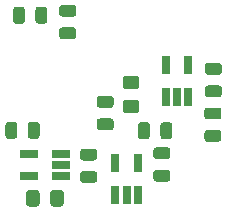
<source format=gbr>
G04 #@! TF.GenerationSoftware,KiCad,Pcbnew,(5.1.7)-1*
G04 #@! TF.CreationDate,2021-02-01T17:00:47-08:00*
G04 #@! TF.ProjectId,Conductivity_Sensor_v2,436f6e64-7563-4746-9976-6974795f5365,rev?*
G04 #@! TF.SameCoordinates,Original*
G04 #@! TF.FileFunction,Paste,Bot*
G04 #@! TF.FilePolarity,Positive*
%FSLAX46Y46*%
G04 Gerber Fmt 4.6, Leading zero omitted, Abs format (unit mm)*
G04 Created by KiCad (PCBNEW (5.1.7)-1) date 2021-02-01 17:00:47*
%MOMM*%
%LPD*%
G01*
G04 APERTURE LIST*
%ADD10R,0.650000X1.560000*%
%ADD11R,1.560000X0.650000*%
G04 APERTURE END LIST*
G36*
G01*
X136024600Y-66162300D02*
X136974600Y-66162300D01*
G75*
G02*
X137224600Y-66412300I0J-250000D01*
G01*
X137224600Y-66912300D01*
G75*
G02*
X136974600Y-67162300I-250000J0D01*
G01*
X136024600Y-67162300D01*
G75*
G02*
X135774600Y-66912300I0J250000D01*
G01*
X135774600Y-66412300D01*
G75*
G02*
X136024600Y-66162300I250000J0D01*
G01*
G37*
G36*
G01*
X136024600Y-64262300D02*
X136974600Y-64262300D01*
G75*
G02*
X137224600Y-64512300I0J-250000D01*
G01*
X137224600Y-65012300D01*
G75*
G02*
X136974600Y-65262300I-250000J0D01*
G01*
X136024600Y-65262300D01*
G75*
G02*
X135774600Y-65012300I0J250000D01*
G01*
X135774600Y-64512300D01*
G75*
G02*
X136024600Y-64262300I250000J0D01*
G01*
G37*
G36*
G01*
X131224000Y-61813900D02*
X132174000Y-61813900D01*
G75*
G02*
X132424000Y-62063900I0J-250000D01*
G01*
X132424000Y-62563900D01*
G75*
G02*
X132174000Y-62813900I-250000J0D01*
G01*
X131224000Y-62813900D01*
G75*
G02*
X130974000Y-62563900I0J250000D01*
G01*
X130974000Y-62063900D01*
G75*
G02*
X131224000Y-61813900I250000J0D01*
G01*
G37*
G36*
G01*
X131224000Y-59913900D02*
X132174000Y-59913900D01*
G75*
G02*
X132424000Y-60163900I0J-250000D01*
G01*
X132424000Y-60663900D01*
G75*
G02*
X132174000Y-60913900I-250000J0D01*
G01*
X131224000Y-60913900D01*
G75*
G02*
X130974000Y-60663900I0J250000D01*
G01*
X130974000Y-60163900D01*
G75*
G02*
X131224000Y-59913900I250000J0D01*
G01*
G37*
G36*
G01*
X124899000Y-52598300D02*
X124899000Y-53548300D01*
G75*
G02*
X124649000Y-53798300I-250000J0D01*
G01*
X124149000Y-53798300D01*
G75*
G02*
X123899000Y-53548300I0J250000D01*
G01*
X123899000Y-52598300D01*
G75*
G02*
X124149000Y-52348300I250000J0D01*
G01*
X124649000Y-52348300D01*
G75*
G02*
X124899000Y-52598300I0J-250000D01*
G01*
G37*
G36*
G01*
X126799000Y-52598300D02*
X126799000Y-53548300D01*
G75*
G02*
X126549000Y-53798300I-250000J0D01*
G01*
X126049000Y-53798300D01*
G75*
G02*
X125799000Y-53548300I0J250000D01*
G01*
X125799000Y-52598300D01*
G75*
G02*
X126049000Y-52348300I250000J0D01*
G01*
X126549000Y-52348300D01*
G75*
G02*
X126799000Y-52598300I0J-250000D01*
G01*
G37*
G36*
G01*
X141292600Y-61894300D02*
X140342600Y-61894300D01*
G75*
G02*
X140092600Y-61644300I0J250000D01*
G01*
X140092600Y-61144300D01*
G75*
G02*
X140342600Y-60894300I250000J0D01*
G01*
X141292600Y-60894300D01*
G75*
G02*
X141542600Y-61144300I0J-250000D01*
G01*
X141542600Y-61644300D01*
G75*
G02*
X141292600Y-61894300I-250000J0D01*
G01*
G37*
G36*
G01*
X141292600Y-63794300D02*
X140342600Y-63794300D01*
G75*
G02*
X140092600Y-63544300I0J250000D01*
G01*
X140092600Y-63044300D01*
G75*
G02*
X140342600Y-62794300I250000J0D01*
G01*
X141292600Y-62794300D01*
G75*
G02*
X141542600Y-63044300I0J-250000D01*
G01*
X141542600Y-63544300D01*
G75*
G02*
X141292600Y-63794300I-250000J0D01*
G01*
G37*
G36*
G01*
X141343400Y-58109700D02*
X140393400Y-58109700D01*
G75*
G02*
X140143400Y-57859700I0J250000D01*
G01*
X140143400Y-57359700D01*
G75*
G02*
X140393400Y-57109700I250000J0D01*
G01*
X141343400Y-57109700D01*
G75*
G02*
X141593400Y-57359700I0J-250000D01*
G01*
X141593400Y-57859700D01*
G75*
G02*
X141343400Y-58109700I-250000J0D01*
G01*
G37*
G36*
G01*
X141343400Y-60009700D02*
X140393400Y-60009700D01*
G75*
G02*
X140143400Y-59759700I0J250000D01*
G01*
X140143400Y-59259700D01*
G75*
G02*
X140393400Y-59009700I250000J0D01*
G01*
X141343400Y-59009700D01*
G75*
G02*
X141593400Y-59259700I0J-250000D01*
G01*
X141593400Y-59759700D01*
G75*
G02*
X141343400Y-60009700I-250000J0D01*
G01*
G37*
G36*
G01*
X136380600Y-63327300D02*
X136380600Y-62377300D01*
G75*
G02*
X136630600Y-62127300I250000J0D01*
G01*
X137130600Y-62127300D01*
G75*
G02*
X137380600Y-62377300I0J-250000D01*
G01*
X137380600Y-63327300D01*
G75*
G02*
X137130600Y-63577300I-250000J0D01*
G01*
X136630600Y-63577300D01*
G75*
G02*
X136380600Y-63327300I0J250000D01*
G01*
G37*
G36*
G01*
X134480600Y-63327300D02*
X134480600Y-62377300D01*
G75*
G02*
X134730600Y-62127300I250000J0D01*
G01*
X135230600Y-62127300D01*
G75*
G02*
X135480600Y-62377300I0J-250000D01*
G01*
X135480600Y-63327300D01*
G75*
G02*
X135230600Y-63577300I-250000J0D01*
G01*
X134730600Y-63577300D01*
G75*
G02*
X134480600Y-63327300I0J250000D01*
G01*
G37*
G36*
G01*
X125153800Y-63301900D02*
X125153800Y-62351900D01*
G75*
G02*
X125403800Y-62101900I250000J0D01*
G01*
X125903800Y-62101900D01*
G75*
G02*
X126153800Y-62351900I0J-250000D01*
G01*
X126153800Y-63301900D01*
G75*
G02*
X125903800Y-63551900I-250000J0D01*
G01*
X125403800Y-63551900D01*
G75*
G02*
X125153800Y-63301900I0J250000D01*
G01*
G37*
G36*
G01*
X123253800Y-63301900D02*
X123253800Y-62351900D01*
G75*
G02*
X123503800Y-62101900I250000J0D01*
G01*
X124003800Y-62101900D01*
G75*
G02*
X124253800Y-62351900I0J-250000D01*
G01*
X124253800Y-63301900D01*
G75*
G02*
X124003800Y-63551900I-250000J0D01*
G01*
X123503800Y-63551900D01*
G75*
G02*
X123253800Y-63301900I0J250000D01*
G01*
G37*
G36*
G01*
X129827000Y-66274100D02*
X130777000Y-66274100D01*
G75*
G02*
X131027000Y-66524100I0J-250000D01*
G01*
X131027000Y-67024100D01*
G75*
G02*
X130777000Y-67274100I-250000J0D01*
G01*
X129827000Y-67274100D01*
G75*
G02*
X129577000Y-67024100I0J250000D01*
G01*
X129577000Y-66524100D01*
G75*
G02*
X129827000Y-66274100I250000J0D01*
G01*
G37*
G36*
G01*
X129827000Y-64374100D02*
X130777000Y-64374100D01*
G75*
G02*
X131027000Y-64624100I0J-250000D01*
G01*
X131027000Y-65124100D01*
G75*
G02*
X130777000Y-65374100I-250000J0D01*
G01*
X129827000Y-65374100D01*
G75*
G02*
X129577000Y-65124100I0J250000D01*
G01*
X129577000Y-64624100D01*
G75*
G02*
X129827000Y-64374100I250000J0D01*
G01*
G37*
G36*
G01*
X128049000Y-54097300D02*
X128999000Y-54097300D01*
G75*
G02*
X129249000Y-54347300I0J-250000D01*
G01*
X129249000Y-54847300D01*
G75*
G02*
X128999000Y-55097300I-250000J0D01*
G01*
X128049000Y-55097300D01*
G75*
G02*
X127799000Y-54847300I0J250000D01*
G01*
X127799000Y-54347300D01*
G75*
G02*
X128049000Y-54097300I250000J0D01*
G01*
G37*
G36*
G01*
X128049000Y-52197300D02*
X128999000Y-52197300D01*
G75*
G02*
X129249000Y-52447300I0J-250000D01*
G01*
X129249000Y-52947300D01*
G75*
G02*
X128999000Y-53197300I-250000J0D01*
G01*
X128049000Y-53197300D01*
G75*
G02*
X127799000Y-52947300I0J250000D01*
G01*
X127799000Y-52447300D01*
G75*
G02*
X128049000Y-52197300I250000J0D01*
G01*
G37*
D10*
X134462600Y-65587900D03*
X132562600Y-65587900D03*
X132562600Y-68287900D03*
X133512600Y-68287900D03*
X134462600Y-68287900D03*
G36*
G01*
X128202600Y-68117299D02*
X128202600Y-69017301D01*
G75*
G02*
X127952601Y-69267300I-249999J0D01*
G01*
X127302599Y-69267300D01*
G75*
G02*
X127052600Y-69017301I0J249999D01*
G01*
X127052600Y-68117299D01*
G75*
G02*
X127302599Y-67867300I249999J0D01*
G01*
X127952601Y-67867300D01*
G75*
G02*
X128202600Y-68117299I0J-249999D01*
G01*
G37*
G36*
G01*
X126152600Y-68117299D02*
X126152600Y-69017301D01*
G75*
G02*
X125902601Y-69267300I-249999J0D01*
G01*
X125252599Y-69267300D01*
G75*
G02*
X125002600Y-69017301I0J249999D01*
G01*
X125002600Y-68117299D01*
G75*
G02*
X125252599Y-67867300I249999J0D01*
G01*
X125902601Y-67867300D01*
G75*
G02*
X126152600Y-68117299I0J-249999D01*
G01*
G37*
G36*
G01*
X133433399Y-58178900D02*
X134333401Y-58178900D01*
G75*
G02*
X134583400Y-58428899I0J-249999D01*
G01*
X134583400Y-59078901D01*
G75*
G02*
X134333401Y-59328900I-249999J0D01*
G01*
X133433399Y-59328900D01*
G75*
G02*
X133183400Y-59078901I0J249999D01*
G01*
X133183400Y-58428899D01*
G75*
G02*
X133433399Y-58178900I249999J0D01*
G01*
G37*
G36*
G01*
X133433399Y-60228900D02*
X134333401Y-60228900D01*
G75*
G02*
X134583400Y-60478899I0J-249999D01*
G01*
X134583400Y-61128901D01*
G75*
G02*
X134333401Y-61378900I-249999J0D01*
G01*
X133433399Y-61378900D01*
G75*
G02*
X133183400Y-61128901I0J249999D01*
G01*
X133183400Y-60478899D01*
G75*
G02*
X133433399Y-60228900I249999J0D01*
G01*
G37*
D11*
X127969000Y-64823300D03*
X127969000Y-65773300D03*
X127969000Y-66723300D03*
X125269000Y-66723300D03*
X125269000Y-64823300D03*
D10*
X138745000Y-59985900D03*
X137795000Y-59985900D03*
X136845000Y-59985900D03*
X136845000Y-57285900D03*
X138745000Y-57285900D03*
M02*

</source>
